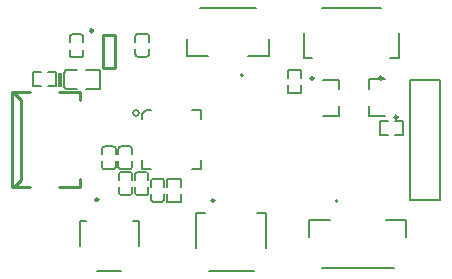
<source format=gto>
G04*
G04 #@! TF.GenerationSoftware,Altium Limited,Altium Designer,20.1.7 (139)*
G04*
G04 Layer_Color=65535*
%FSLAX25Y25*%
%MOIN*%
G70*
G04*
G04 #@! TF.SameCoordinates,8D634492-3E34-4B73-8720-EB9472E910E3*
G04*
G04*
G04 #@! TF.FilePolarity,Positive*
G04*
G01*
G75*
%ADD10C,0.00984*%
%ADD11C,0.00787*%
%ADD12C,0.00500*%
%ADD13C,0.01000*%
%ADD14R,0.01181X0.04724*%
D10*
X120335Y20541D02*
G03*
X120335Y20541I-492J0D01*
G01*
X97392Y20400D02*
G03*
X97392Y20400I-492J0D01*
G01*
X23887Y36290D02*
G03*
X23887Y36290I-492J0D01*
G01*
X125392Y7500D02*
G03*
X125392Y7500I-492J0D01*
G01*
X25658Y-20047D02*
G03*
X25658Y-20047I-492J0D01*
G01*
X64388Y-20321D02*
G03*
X64388Y-20321I-492J0D01*
G01*
D11*
X41698Y27588D02*
G03*
X42564Y28454I0J866D01*
G01*
X38036D02*
G03*
X38902Y27588I866J0D01*
G01*
X42564Y34399D02*
G03*
X41698Y35265I-866J0D01*
G01*
X38902D02*
G03*
X38036Y34399I0J-866D01*
G01*
X19798Y27361D02*
G03*
X20664Y28228I0J866D01*
G01*
X16136D02*
G03*
X17002Y27361I866J0D01*
G01*
X20664Y34172D02*
G03*
X19798Y35039I-866J0D01*
G01*
X17002D02*
G03*
X16136Y34172I0J-866D01*
G01*
X35998Y-9965D02*
G03*
X36864Y-9099I0J866D01*
G01*
X32336D02*
G03*
X33202Y-9965I866J0D01*
G01*
X36864Y-3154D02*
G03*
X35998Y-2288I-866J0D01*
G01*
X33202D02*
G03*
X32336Y-3154I0J-866D01*
G01*
X30598Y-9965D02*
G03*
X31464Y-9099I0J866D01*
G01*
X26936D02*
G03*
X27802Y-9965I866J0D01*
G01*
X31464Y-3154D02*
G03*
X30598Y-2288I-866J0D01*
G01*
X27802D02*
G03*
X26936Y-3154I0J-866D01*
G01*
X41498Y-18565D02*
G03*
X42364Y-17699I0J866D01*
G01*
X37836D02*
G03*
X38702Y-18565I866J0D01*
G01*
X42364Y-11754D02*
G03*
X41498Y-10888I-866J0D01*
G01*
X38702D02*
G03*
X37836Y-11754I0J-866D01*
G01*
X36098Y-18465D02*
G03*
X36964Y-17599I0J866D01*
G01*
X32436D02*
G03*
X33302Y-18465I866J0D01*
G01*
X36964Y-11654D02*
G03*
X36098Y-10788I-866J0D01*
G01*
X33302D02*
G03*
X32436Y-11654I0J-866D01*
G01*
X46798Y-20739D02*
G03*
X47664Y-19872I0J866D01*
G01*
X43136D02*
G03*
X44002Y-20739I866J0D01*
G01*
X47664Y-13928D02*
G03*
X46798Y-13061I-866J0D01*
G01*
X44002D02*
G03*
X43136Y-13928I0J-866D01*
G01*
X73841Y21431D02*
G03*
X73841Y21431I-394J0D01*
G01*
X105407Y-20432D02*
G03*
X105407Y-20432I-394J0D01*
G01*
X100157Y43966D02*
X119843D01*
X125748Y27234D02*
Y35600D01*
X94252Y27234D02*
Y35600D01*
X122992Y27234D02*
X125748D01*
X94252D02*
X97008D01*
X105943Y7798D02*
Y11046D01*
X100432Y7798D02*
X105943D01*
Y16754D02*
Y20002D01*
X100432D02*
X105943D01*
X88836Y15561D02*
Y18219D01*
Y20581D02*
Y23239D01*
X93364Y15561D02*
Y18219D01*
Y20581D02*
Y23239D01*
X88836Y15561D02*
X93364D01*
X88836Y23239D02*
X93364D01*
X14194Y17650D02*
X14982Y16890D01*
X14194Y22350D02*
X14982Y23110D01*
X18525D01*
X26143Y16890D02*
Y23110D01*
X14194Y17650D02*
Y22350D01*
X21675Y23110D02*
X26143D01*
X14982Y16890D02*
X18525D01*
X21675D02*
X26143D01*
X38902Y27588D02*
X41698D01*
X42564Y28474D02*
Y30246D01*
X38036Y28474D02*
Y30246D01*
X42564Y32608D02*
Y34380D01*
X38036Y32608D02*
Y34380D01*
X38902Y35265D02*
X41698D01*
X17002Y27361D02*
X19798D01*
X20664Y28247D02*
Y30019D01*
X16136Y28247D02*
Y30019D01*
X20664Y32381D02*
Y34153D01*
X16136Y32381D02*
Y34153D01*
X17002Y35039D02*
X19798D01*
X8981Y17836D02*
X11639D01*
X3961D02*
X6619D01*
X8981Y22364D02*
X11639D01*
X3961D02*
X6619D01*
X11639Y17836D02*
Y22364D01*
X3961Y17836D02*
Y22364D01*
X115857Y16854D02*
Y20102D01*
X121369D01*
X115857Y7898D02*
Y11146D01*
Y7898D02*
X121369D01*
X124708Y1636D02*
X127365D01*
X119688D02*
X122346D01*
X124708Y6164D02*
X127365D01*
X119688D02*
X122346D01*
X127365Y1636D02*
Y6164D01*
X119688Y1636D02*
Y6164D01*
X33202Y-9965D02*
X35998D01*
X36864Y-9080D02*
Y-7308D01*
X32336Y-9080D02*
Y-7308D01*
X36864Y-4946D02*
Y-3174D01*
X32336Y-4946D02*
Y-3174D01*
X33202Y-2288D02*
X35998D01*
X27802Y-9965D02*
X30598D01*
X31464Y-9080D02*
Y-7308D01*
X26936Y-9080D02*
Y-7308D01*
X31464Y-4946D02*
Y-3174D01*
X26936Y-4946D02*
Y-3174D01*
X27802Y-2288D02*
X30598D01*
X19457Y-27134D02*
X21426D01*
X37174D02*
X39143D01*
Y-35500D02*
Y-27134D01*
X19457Y-35500D02*
Y-27134D01*
X25363Y-43866D02*
X33237D01*
X38702Y-18565D02*
X41498D01*
X42364Y-17680D02*
Y-15908D01*
X37836Y-17680D02*
Y-15908D01*
X42364Y-13546D02*
Y-11774D01*
X37836Y-13546D02*
Y-11774D01*
X38702Y-10888D02*
X41498D01*
X33302Y-18465D02*
X36098D01*
X36964Y-17580D02*
Y-15808D01*
X32436Y-17580D02*
Y-15808D01*
X36964Y-13446D02*
Y-11674D01*
X32436Y-13446D02*
Y-11674D01*
X33302Y-10788D02*
X36098D01*
X48536Y-20839D02*
Y-18181D01*
Y-15819D02*
Y-13161D01*
X53064Y-20839D02*
Y-18181D01*
Y-15819D02*
Y-13161D01*
X48536Y-20839D02*
X53064D01*
X48536Y-13161D02*
X53064D01*
X62420Y-43844D02*
X77380D01*
X81711Y-36068D02*
Y-24356D01*
X58089Y-36068D02*
Y-24356D01*
X78561D02*
X81711D01*
X58089D02*
X61239D01*
X44002Y-20739D02*
X46798D01*
X47664Y-19853D02*
Y-18081D01*
X43136Y-19853D02*
Y-18081D01*
X47664Y-15719D02*
Y-13947D01*
X43136Y-15719D02*
Y-13947D01*
X44002Y-13061D02*
X46798D01*
X129500Y-20000D02*
Y20000D01*
X139500Y-20000D02*
Y20000D01*
X129500D02*
X139500D01*
X129500Y-20000D02*
X139500D01*
D12*
X39173Y8858D02*
G03*
X39173Y8858I-984J0D01*
G01*
X59842Y-9843D02*
Y-6890D01*
X56890Y-9843D02*
X59842D01*
X40157D02*
X43110D01*
X40157D02*
Y-6890D01*
X59842Y6890D02*
Y9843D01*
X56890D02*
X59842D01*
X40157Y6890D02*
Y8451D01*
X41549Y9843D01*
X43110D01*
X55120Y27928D02*
X62069D01*
X55120D02*
Y33558D01*
X75652Y27928D02*
X82601D01*
Y33518D01*
X59471Y43872D02*
X78329D01*
X100131Y-42872D02*
X124108D01*
X121391Y-26928D02*
X128340D01*
Y-32557D02*
Y-26928D01*
X95860D02*
X102809D01*
X95860Y-32518D02*
Y-26928D01*
D13*
X27332Y34912D02*
X31269D01*
X27332Y23888D02*
X31269D01*
X27332D02*
Y34912D01*
X31269Y23888D02*
Y34912D01*
X-3034Y-15748D02*
Y15748D01*
X-239Y-13346D02*
Y13307D01*
X-3034Y-15669D02*
X-2562D01*
X-239Y-13346D01*
X-2955Y15630D02*
X-2562D01*
X-239Y13307D01*
X19603Y-15748D02*
Y-13167D01*
Y13167D02*
Y15748D01*
X12605D02*
X19603D01*
X-2955D02*
X2883D01*
X12605Y-15748D02*
X19603D01*
X-3034D02*
X2883D01*
D14*
X12915Y20000D02*
D03*
M02*

</source>
